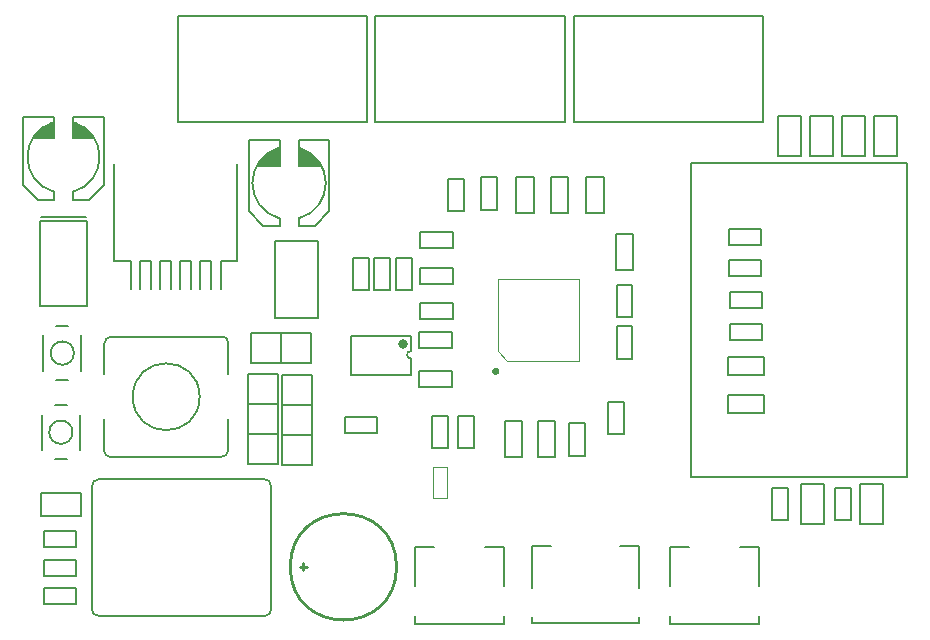
<source format=gto>
G04*
G04 #@! TF.GenerationSoftware,Altium Limited,Altium Designer,21.2.2 (38)*
G04*
G04 Layer_Color=65535*
%FSTAX24Y24*%
%MOIN*%
G70*
G04*
G04 #@! TF.SameCoordinates,CF9AC677-4E03-495D-8773-30470D0FCF73*
G04*
G04*
G04 #@! TF.FilePolarity,Positive*
G04*
G01*
G75*
%ADD10C,0.0100*%
%ADD11C,0.0079*%
%ADD12C,0.0315*%
%ADD13C,0.0039*%
G36*
X01063Y026339D02*
X011339D01*
X011344Y026344D01*
Y02687D01*
X01124D01*
X011024Y026732D01*
X010945Y026654D01*
X01063Y026339D01*
D02*
G37*
G36*
X012677Y026339D02*
X011968Y026339D01*
X011963Y026344D01*
Y02687D01*
X012067D01*
X012244Y026772D01*
X012677Y026339D01*
D02*
G37*
G36*
X01811Y025394D02*
X018858D01*
Y026024D01*
X018701Y025984D01*
X018386Y025748D01*
X018346Y025748D01*
X01811Y025394D01*
D02*
G37*
G36*
X019488D02*
X020236D01*
X020197Y025433D01*
Y025551D01*
X02Y025748D01*
X019961D01*
X019764Y025945D01*
X019646D01*
X019567Y026024D01*
X019488D01*
Y025394D01*
D02*
G37*
G36*
X026181Y018563D02*
Y01854D01*
X026163Y018496D01*
X02613Y018463D01*
X026086Y018445D01*
X026063D01*
X02604D01*
X025996Y018463D01*
X025963Y018496D01*
X025945Y01854D01*
Y018563D01*
Y018586D01*
X025963Y01863D01*
X025996Y018663D01*
X02604Y018681D01*
X026063D01*
X026086D01*
X02613Y018663D01*
X026163Y01863D01*
X026181Y018586D01*
Y018563D01*
D01*
D02*
G37*
D10*
X022756Y012047D02*
G03*
X022756Y012047I-001772J0D01*
G01*
X019646D02*
X019764D01*
X019646Y011929D02*
Y012047D01*
X019528D02*
X019646D01*
Y012165D01*
D11*
X02323Y019242D02*
G03*
X02323Y018992I0J-000125D01*
G01*
X016192Y017717D02*
G03*
X016192Y017717I-001114J0D01*
G01*
X013248Y019724D02*
G03*
X013012Y019488I0J-000236D01*
G01*
X017146Y019528D02*
G03*
X016949Y019724I-000197J0D01*
G01*
X016909Y015709D02*
G03*
X017146Y015945I0J000236D01*
G01*
X013012Y015906D02*
G03*
X013209Y015709I000197J0D01*
G01*
X018571Y014744D02*
G03*
X018335Y01498I-000236J0D01*
G01*
X018374Y010413D02*
G03*
X018571Y01061I0J000197D01*
G01*
X012587Y01065D02*
G03*
X012823Y010413I000236J0D01*
G01*
X012862Y01498D02*
G03*
X012587Y014705I0J-000276D01*
G01*
X011953Y016535D02*
G03*
X011953Y016535I-000388J0D01*
G01*
X012002Y019173D02*
G03*
X012002Y019173I-000388J0D01*
G01*
X011963Y024547D02*
G03*
X011963Y02687I-00031J001161D01*
G01*
X011344D02*
G03*
X011344Y024547I00031J-001161D01*
G01*
X019488Y023661D02*
G03*
X019488Y026024I-000315J001181D01*
G01*
X018858D02*
G03*
X018858Y023661I000315J-001181D01*
G01*
X032567Y015039D02*
X039772D01*
X032567D02*
Y025503D01*
X039772D01*
Y015039D02*
Y025503D01*
X02323Y018448D02*
Y018992D01*
Y019242D02*
Y019747D01*
X02123Y018448D02*
X02323D01*
X02123D02*
Y019747D01*
X02323D01*
X017441Y022244D02*
Y025472D01*
X013346Y022244D02*
Y025472D01*
Y022244D02*
X013898D01*
Y021299D02*
Y022244D01*
X014213Y021299D02*
Y022244D01*
X014567D01*
Y021299D02*
Y022244D01*
X014882Y021299D02*
Y022244D01*
X015236D01*
Y021299D02*
Y022244D01*
X015551Y021299D02*
Y022244D01*
X015906D01*
Y021299D02*
Y022244D01*
X01622Y021299D02*
Y022244D01*
X016575D01*
Y021299D02*
Y022244D01*
X01689Y021299D02*
Y022244D01*
X017441D01*
X017146Y018465D02*
Y019528D01*
X013248Y019724D02*
X016949D01*
X013012Y018465D02*
Y019488D01*
Y015906D02*
Y016968D01*
X013209Y015709D02*
X016909D01*
X017146Y015945D02*
Y016968D01*
X01872Y020331D02*
X020138D01*
X01872Y022894D02*
X020138D01*
Y020331D02*
Y022894D01*
X01872Y020331D02*
Y022894D01*
X029075Y023848D02*
Y025049D01*
X029665D01*
Y023848D02*
Y025049D01*
X029075Y023848D02*
X029665D01*
X030059Y021959D02*
Y023159D01*
X03065D01*
Y021959D02*
Y023159D01*
X030059Y021959D02*
X03065D01*
X027894Y023848D02*
Y025049D01*
X028484D01*
Y023848D02*
Y025049D01*
X027894Y023848D02*
X028484D01*
X026752D02*
Y025049D01*
X027343D01*
Y023848D02*
Y025049D01*
X026752Y023848D02*
X027343D01*
X027461Y015699D02*
Y0169D01*
X028051D01*
Y015699D02*
Y0169D01*
X027461Y015699D02*
X028051D01*
X026358D02*
Y0169D01*
X026949D01*
Y015699D02*
Y0169D01*
X026358Y015699D02*
X026949D01*
X030344Y016467D02*
Y017549D01*
X029813Y016467D02*
X030344D01*
X029813D02*
Y017549D01*
X030344D01*
X037372Y013593D02*
Y014675D01*
X037904D01*
Y013593D02*
Y014675D01*
X037372Y013593D02*
X037904D01*
X035285D02*
Y014675D01*
X035817D01*
Y013593D02*
Y014675D01*
X035285Y013593D02*
X035817D01*
X038969Y013465D02*
Y014803D01*
X038197Y013465D02*
X038969D01*
X038197Y014803D02*
X038969D01*
X038197Y013465D02*
Y014803D01*
X037Y013465D02*
Y014803D01*
X036228Y013465D02*
X037D01*
X036228Y014803D02*
X037D01*
X036228Y013465D02*
Y014803D01*
X025561Y02503D02*
X026093D01*
X025561Y023947D02*
Y02503D01*
Y023947D02*
X026093D01*
Y02503D01*
X024459Y02499D02*
X02499D01*
X024459Y023907D02*
Y02499D01*
Y023907D02*
X02499D01*
Y02499D01*
X022116Y016506D02*
Y017037D01*
X021033D02*
X022116D01*
X021033Y016506D02*
Y017037D01*
Y016506D02*
X022116D01*
X022053Y02689D02*
Y030394D01*
X028356D01*
X022053Y02689D02*
X028356D01*
Y030394D01*
X024813Y015994D02*
X025344D01*
Y017077D01*
X024813D02*
X025344D01*
X024813Y015994D02*
Y017077D01*
X023947Y015994D02*
X024478D01*
Y017077D01*
X023947D02*
X024478D01*
X023947Y015994D02*
Y017077D01*
X022726Y02127D02*
X023258D01*
Y022352D01*
X022726D02*
X023258D01*
X022726Y02127D02*
Y022352D01*
X022018Y02127D02*
X022549D01*
Y022352D01*
X022018D02*
X022549D01*
X022018Y02127D02*
Y022352D01*
X021309Y02127D02*
X021841D01*
Y022352D01*
X021309D02*
X021841D01*
X021309Y02127D02*
Y022352D01*
X012862Y01498D02*
X018335D01*
X018571Y01061D02*
Y014744D01*
X012823Y010413D02*
X018374D01*
X012587Y01065D02*
Y014705D01*
X026339Y011417D02*
Y012717D01*
X025709D02*
X026339D01*
X023386D02*
X024016D01*
X023386Y011417D02*
Y012717D01*
Y010157D02*
Y010413D01*
Y010157D02*
X026339D01*
Y010394D01*
X024596Y019341D02*
Y019872D01*
X023514D02*
X024596D01*
X023514Y019341D02*
Y019872D01*
Y019341D02*
X024596D01*
X024636Y020325D02*
Y020856D01*
X023553D02*
X024636D01*
X023553Y020325D02*
Y020856D01*
Y020325D02*
X024636D01*
Y021467D02*
Y021998D01*
X023553D02*
X024636D01*
X023553Y021467D02*
Y021998D01*
Y021467D02*
X024636D01*
X030089Y020069D02*
X03062D01*
X030089Y018986D02*
Y020069D01*
Y018986D02*
X03062D01*
Y020069D01*
X033809Y017185D02*
Y017776D01*
Y017185D02*
X03501D01*
Y017776D01*
X033809D02*
X03501D01*
X033809Y018445D02*
Y019035D01*
Y018445D02*
X03501D01*
Y019035D01*
X033809D02*
X03501D01*
X027283Y010177D02*
Y010374D01*
Y010177D02*
X030827D01*
Y010374D01*
Y011358D02*
Y012736D01*
X030197D02*
X030827D01*
X027283Y011358D02*
Y012736D01*
X027913D01*
X01547Y02689D02*
Y030394D01*
X021774D01*
X01547Y02689D02*
X021774D01*
Y030394D01*
X03548Y025748D02*
Y027087D01*
X036252D01*
X03548Y025748D02*
X036252D01*
Y027087D01*
X034823Y011417D02*
Y012717D01*
X034193D02*
X034823D01*
X03187D02*
X0325D01*
X03187Y011417D02*
Y012717D01*
Y010157D02*
Y010413D01*
Y010157D02*
X034823D01*
Y010394D01*
X034911Y022766D02*
Y023297D01*
X033829D02*
X034911D01*
X033829Y022766D02*
Y023297D01*
Y022766D02*
X034911D01*
Y021742D02*
Y022274D01*
X033829D02*
X034911D01*
X033829Y021742D02*
Y022274D01*
Y021742D02*
X034911D01*
X037315Y025748D02*
Y027087D01*
X036543Y025748D02*
X037315D01*
X036543Y027087D02*
X037315D01*
X036543Y025748D02*
Y027087D01*
X034951Y019616D02*
Y020148D01*
X033868D02*
X034951D01*
X033868Y019616D02*
Y020148D01*
Y019616D02*
X034951D01*
Y020679D02*
Y021211D01*
X033868D02*
X034951D01*
X033868Y020679D02*
Y021211D01*
Y020679D02*
X034951D01*
X028667Y02689D02*
Y030394D01*
X03497D01*
X028667Y02689D02*
X03497D01*
Y030394D01*
X039441Y025748D02*
Y027087D01*
X038669Y025748D02*
X039441D01*
X038669Y027087D02*
X039441D01*
X038669Y025748D02*
Y027087D01*
X038378Y025748D02*
Y027087D01*
X037606Y025748D02*
X038378D01*
X037606Y027087D02*
X038378D01*
X037606Y025748D02*
Y027087D01*
X017803Y016467D02*
X018803D01*
X017803Y017467D02*
X018803D01*
Y015467D02*
Y018467D01*
X017803Y015467D02*
X018803D01*
X017803D02*
Y018467D01*
X018803D01*
X017807Y016468D02*
X018807D01*
X017807Y017469D02*
X018807D01*
Y015468D02*
Y018469D01*
X017807Y015468D02*
X018807D01*
X017807D02*
Y018469D01*
X018807D01*
X018945Y016452D02*
X019945D01*
X018945Y017452D02*
X019945D01*
Y015452D02*
Y018452D01*
X018945Y015452D02*
X019945D01*
X018945D02*
Y018452D01*
X019945D01*
X018949Y016453D02*
X019949D01*
X018949Y017453D02*
X019949D01*
Y015453D02*
Y018453D01*
X018949Y015453D02*
X019949D01*
X018949D02*
Y018453D01*
X019949D01*
X028514Y015758D02*
X029045D01*
Y016841D01*
X028514D02*
X029045D01*
X028514Y015758D02*
Y016841D01*
X030089Y020364D02*
X03062D01*
Y021447D01*
X030089D02*
X03062D01*
X030089Y020364D02*
Y021447D01*
X024596Y018041D02*
Y018573D01*
X023514D02*
X024596D01*
X023514Y018041D02*
Y018573D01*
Y018041D02*
X024596D01*
X011368Y01563D02*
X011762D01*
X011368Y017441D02*
X011762D01*
X010935Y015945D02*
Y017126D01*
X012195Y015945D02*
Y017126D01*
X023553Y022687D02*
Y023219D01*
Y022687D02*
X024636D01*
Y023219D01*
X023553D02*
X024636D01*
X011417Y018268D02*
X011811D01*
X011417Y020079D02*
X011811D01*
X010984Y018583D02*
Y019764D01*
X012244Y018583D02*
Y019764D01*
X010315Y024764D02*
Y027047D01*
Y024764D02*
X010787Y024291D01*
X011339D01*
X012992Y024764D02*
Y027047D01*
X01252Y024291D02*
X012992Y024764D01*
X011968Y024291D02*
X01252D01*
X010315Y027047D02*
X011339D01*
X011968D02*
X012992D01*
X011344Y02687D02*
Y027042D01*
X011963Y02687D02*
Y027042D01*
Y024297D02*
Y024547D01*
X011344Y024297D02*
Y024547D01*
X01063Y026339D02*
X011339D01*
X011344Y026344D01*
Y02687D01*
X011968Y026339D02*
X012677D01*
X011963Y026344D02*
X011968Y026339D01*
X011963Y026344D02*
Y02687D01*
X019488Y026024D02*
Y02626D01*
X018858Y026024D02*
Y02626D01*
Y023425D02*
Y023661D01*
X019488Y023425D02*
Y023661D01*
Y023425D02*
X020039D01*
X020512Y023898D01*
Y02626D01*
X019488D02*
X020512D01*
X017835D02*
X018858D01*
X018307Y023425D02*
X018858D01*
X017835Y023898D02*
X018307Y023425D01*
X017835Y023898D02*
Y02626D01*
X01811Y025394D02*
X018858D01*
Y026024D01*
X019488Y025394D02*
X020236D01*
X019488D02*
Y026024D01*
X012441Y020748D02*
Y023465D01*
X010866Y020748D02*
X012441D01*
X010866D02*
Y023583D01*
X012441D01*
Y023465D02*
Y023583D01*
X010906Y023701D02*
X012402D01*
X010994Y011742D02*
Y012274D01*
Y011742D02*
X012077D01*
Y012274D01*
X010994D02*
X012077D01*
Y012726D02*
Y013258D01*
X010994D02*
X012077D01*
X010994Y012726D02*
Y013258D01*
Y012726D02*
X012077D01*
Y010797D02*
Y011329D01*
X010994D02*
X012077D01*
X010994Y010797D02*
Y011329D01*
Y010797D02*
X012077D01*
X010906Y013748D02*
X012244D01*
X010906D02*
Y01452D01*
X012244Y013748D02*
Y01452D01*
X010906D02*
X012244D01*
X018898Y018831D02*
Y019831D01*
X017898D02*
X019898D01*
Y018831D02*
Y019831D01*
X017898Y018831D02*
X019898D01*
X017898D02*
Y019831D01*
D12*
X022956Y019467D02*
D03*
D13*
X026122Y019232D02*
X026437Y018917D01*
X026122Y019232D02*
Y021634D01*
X028839D01*
X026437Y018917D02*
X028839D01*
Y021634D01*
X023976Y01435D02*
X024449D01*
Y015374D01*
X023976D02*
X024449D01*
X023976Y01435D02*
Y015374D01*
M02*

</source>
